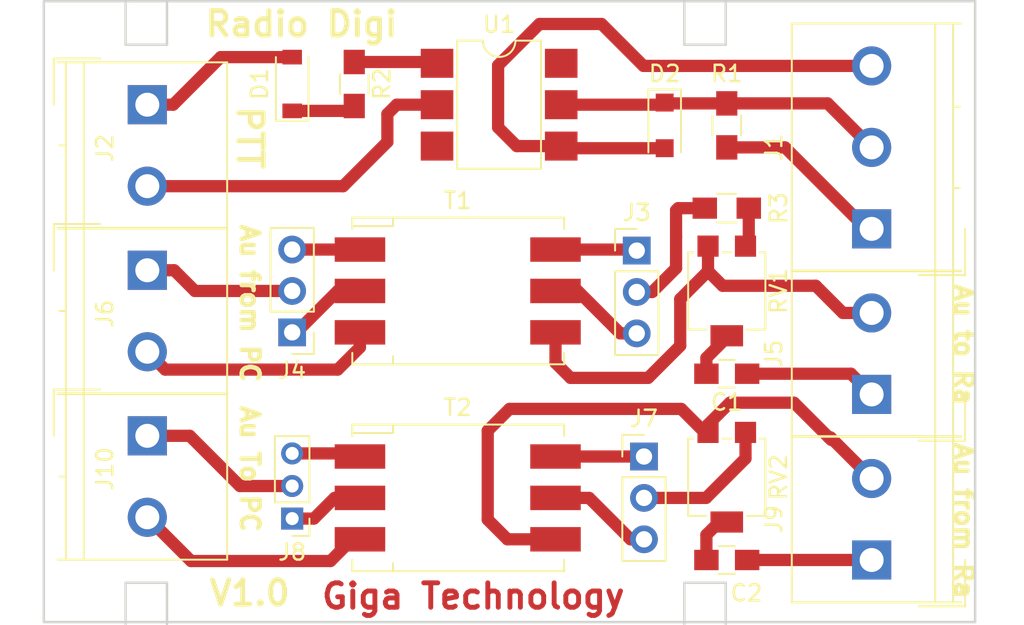
<source format=kicad_pcb>
(kicad_pcb (version 4) (host pcbnew 4.0.7-e2-6376~61~ubuntu18.04.1)

  (general
    (links 33)
    (no_connects 0)
    (area 99.636 54.534999 163.0365 92.912001)
    (thickness 1.6)
    (drawings 24)
    (tracks 107)
    (zones 0)
    (modules 22)
    (nets 29)
  )

  (page A4)
  (layers
    (0 F.Cu signal)
    (31 B.Cu signal)
    (32 B.Adhes user)
    (33 F.Adhes user)
    (34 B.Paste user)
    (35 F.Paste user)
    (36 B.SilkS user)
    (37 F.SilkS user)
    (38 B.Mask user)
    (39 F.Mask user)
    (40 Dwgs.User user)
    (41 Cmts.User user)
    (42 Eco1.User user)
    (43 Eco2.User user)
    (44 Edge.Cuts user)
    (45 Margin user)
    (46 B.CrtYd user)
    (47 F.CrtYd user)
    (48 B.Fab user)
    (49 F.Fab user)
  )

  (setup
    (last_trace_width 0.25)
    (trace_clearance 0.2)
    (zone_clearance 0.508)
    (zone_45_only no)
    (trace_min 0.2)
    (segment_width 0.2)
    (edge_width 0.15)
    (via_size 0.6)
    (via_drill 0.4)
    (via_min_size 0.4)
    (via_min_drill 0.3)
    (uvia_size 0.3)
    (uvia_drill 0.1)
    (uvias_allowed no)
    (uvia_min_size 0.2)
    (uvia_min_drill 0.1)
    (pcb_text_width 0.3)
    (pcb_text_size 1.5 1.5)
    (mod_edge_width 0.15)
    (mod_text_size 1 1)
    (mod_text_width 0.15)
    (pad_size 1.524 1.524)
    (pad_drill 0.762)
    (pad_to_mask_clearance 0.2)
    (aux_axis_origin 102.616 92.71)
    (grid_origin 102.489 92.837)
    (visible_elements FFFFFF7F)
    (pcbplotparams
      (layerselection 0x00030_80000001)
      (usegerberextensions false)
      (excludeedgelayer true)
      (linewidth 0.100000)
      (plotframeref false)
      (viasonmask false)
      (mode 1)
      (useauxorigin false)
      (hpglpennumber 1)
      (hpglpenspeed 20)
      (hpglpendiameter 15)
      (hpglpenoverlay 2)
      (psnegative false)
      (psa4output false)
      (plotreference true)
      (plotvalue true)
      (plotinvisibletext false)
      (padsonsilk false)
      (subtractmaskfromsilk false)
      (outputformat 1)
      (mirror false)
      (drillshape 1)
      (scaleselection 1)
      (outputdirectory ""))
  )

  (net 0 "")
  (net 1 "Net-(C1-Pad1)")
  (net 2 "Net-(C1-Pad2)")
  (net 3 "Net-(C2-Pad1)")
  (net 4 "Net-(C2-Pad2)")
  (net 5 "Net-(D1-Pad1)")
  (net 6 "Net-(D1-Pad2)")
  (net 7 "Net-(D2-Pad1)")
  (net 8 "Net-(D2-Pad2)")
  (net 9 "Net-(J1-Pad1)")
  (net 10 "Net-(J3-Pad1)")
  (net 11 "Net-(J3-Pad2)")
  (net 12 "Net-(J3-Pad3)")
  (net 13 "Net-(J4-Pad1)")
  (net 14 "Net-(J4-Pad2)")
  (net 15 "Net-(J4-Pad3)")
  (net 16 "Net-(J5-Pad2)")
  (net 17 "Net-(J7-Pad1)")
  (net 18 "Net-(J7-Pad2)")
  (net 19 "Net-(J7-Pad3)")
  (net 20 "Net-(J8-Pad1)")
  (net 21 "Net-(J10-Pad2)")
  (net 22 "Net-(J8-Pad3)")
  (net 23 "Net-(J9-Pad2)")
  (net 24 "Net-(J10-Pad1)")
  (net 25 "Net-(R2-Pad1)")
  (net 26 "Net-(R3-Pad1)")
  (net 27 "Net-(J2-Pad2)")
  (net 28 "Net-(J6-Pad2)")

  (net_class Default "This is the default net class."
    (clearance 0.2)
    (trace_width 0.25)
    (via_dia 0.6)
    (via_drill 0.4)
    (uvia_dia 0.3)
    (uvia_drill 0.1)
  )

  (net_class Audio ""
    (clearance 0.3)
    (trace_width 0.75)
    (via_dia 0.6)
    (via_drill 0.4)
    (uvia_dia 0.3)
    (uvia_drill 0.1)
    (add_net "Net-(C1-Pad1)")
    (add_net "Net-(C1-Pad2)")
    (add_net "Net-(C2-Pad1)")
    (add_net "Net-(C2-Pad2)")
    (add_net "Net-(D1-Pad1)")
    (add_net "Net-(D1-Pad2)")
    (add_net "Net-(D2-Pad1)")
    (add_net "Net-(D2-Pad2)")
    (add_net "Net-(J1-Pad1)")
    (add_net "Net-(J10-Pad1)")
    (add_net "Net-(J10-Pad2)")
    (add_net "Net-(J2-Pad2)")
    (add_net "Net-(J3-Pad1)")
    (add_net "Net-(J3-Pad2)")
    (add_net "Net-(J3-Pad3)")
    (add_net "Net-(J4-Pad1)")
    (add_net "Net-(J4-Pad2)")
    (add_net "Net-(J4-Pad3)")
    (add_net "Net-(J5-Pad2)")
    (add_net "Net-(J6-Pad2)")
    (add_net "Net-(J7-Pad1)")
    (add_net "Net-(J7-Pad2)")
    (add_net "Net-(J7-Pad3)")
    (add_net "Net-(J8-Pad1)")
    (add_net "Net-(J8-Pad3)")
    (add_net "Net-(J9-Pad2)")
    (add_net "Net-(R2-Pad1)")
    (add_net "Net-(R3-Pad1)")
  )

  (module Capacitors_SMD:C_0805_HandSoldering (layer F.Cu) (tedit 5B7672AC) (tstamp 5B741C47)
    (at 144.4625 77.47 180)
    (descr "Capacitor SMD 0805, hand soldering")
    (tags "capacitor 0805")
    (path /5B73D78C)
    (attr smd)
    (fp_text reference C1 (at 0 -1.75 180) (layer F.SilkS)
      (effects (font (size 1 1) (thickness 0.15)))
    )
    (fp_text value 100nF (at 3.6195 -1.7145 360) (layer F.Fab)
      (effects (font (size 1 1) (thickness 0.15)))
    )
    (fp_text user %R (at 0 -1.75 180) (layer F.Fab)
      (effects (font (size 1 1) (thickness 0.15)))
    )
    (fp_line (start -1 0.62) (end -1 -0.62) (layer F.Fab) (width 0.1))
    (fp_line (start 1 0.62) (end -1 0.62) (layer F.Fab) (width 0.1))
    (fp_line (start 1 -0.62) (end 1 0.62) (layer F.Fab) (width 0.1))
    (fp_line (start -1 -0.62) (end 1 -0.62) (layer F.Fab) (width 0.1))
    (fp_line (start 0.5 -0.85) (end -0.5 -0.85) (layer F.SilkS) (width 0.12))
    (fp_line (start -0.5 0.85) (end 0.5 0.85) (layer F.SilkS) (width 0.12))
    (fp_line (start -2.25 -0.88) (end 2.25 -0.88) (layer F.CrtYd) (width 0.05))
    (fp_line (start -2.25 -0.88) (end -2.25 0.87) (layer F.CrtYd) (width 0.05))
    (fp_line (start 2.25 0.87) (end 2.25 -0.88) (layer F.CrtYd) (width 0.05))
    (fp_line (start 2.25 0.87) (end -2.25 0.87) (layer F.CrtYd) (width 0.05))
    (pad 1 smd rect (at -1.25 0 180) (size 1.5 1.25) (layers F.Cu F.Paste F.Mask)
      (net 1 "Net-(C1-Pad1)"))
    (pad 2 smd rect (at 1.25 0 180) (size 1.5 1.25) (layers F.Cu F.Paste F.Mask)
      (net 2 "Net-(C1-Pad2)"))
    (model Capacitors_SMD.3dshapes/C_0805.wrl
      (at (xyz 0 0 0))
      (scale (xyz 1 1 1))
      (rotate (xyz 0 0 0))
    )
  )

  (module Capacitors_SMD:C_0805_HandSoldering (layer F.Cu) (tedit 5B767B57) (tstamp 5B741C4D)
    (at 144.4625 88.9 180)
    (descr "Capacitor SMD 0805, hand soldering")
    (tags "capacitor 0805")
    (path /5B73D7E7)
    (attr smd)
    (fp_text reference C2 (at -1.2065 -2.032 180) (layer F.SilkS)
      (effects (font (size 1 1) (thickness 0.15)))
    )
    (fp_text value 100nF (at -2.9845 -0.8255 450) (layer F.Fab)
      (effects (font (size 1 1) (thickness 0.15)))
    )
    (fp_text user %R (at -1.2065 -2.032 180) (layer F.Fab)
      (effects (font (size 1 1) (thickness 0.15)))
    )
    (fp_line (start -1 0.62) (end -1 -0.62) (layer F.Fab) (width 0.1))
    (fp_line (start 1 0.62) (end -1 0.62) (layer F.Fab) (width 0.1))
    (fp_line (start 1 -0.62) (end 1 0.62) (layer F.Fab) (width 0.1))
    (fp_line (start -1 -0.62) (end 1 -0.62) (layer F.Fab) (width 0.1))
    (fp_line (start 0.5 -0.85) (end -0.5 -0.85) (layer F.SilkS) (width 0.12))
    (fp_line (start -0.5 0.85) (end 0.5 0.85) (layer F.SilkS) (width 0.12))
    (fp_line (start -2.25 -0.88) (end 2.25 -0.88) (layer F.CrtYd) (width 0.05))
    (fp_line (start -2.25 -0.88) (end -2.25 0.87) (layer F.CrtYd) (width 0.05))
    (fp_line (start 2.25 0.87) (end 2.25 -0.88) (layer F.CrtYd) (width 0.05))
    (fp_line (start 2.25 0.87) (end -2.25 0.87) (layer F.CrtYd) (width 0.05))
    (pad 1 smd rect (at -1.25 0 180) (size 1.5 1.25) (layers F.Cu F.Paste F.Mask)
      (net 3 "Net-(C2-Pad1)"))
    (pad 2 smd rect (at 1.25 0 180) (size 1.5 1.25) (layers F.Cu F.Paste F.Mask)
      (net 4 "Net-(C2-Pad2)"))
    (model Capacitors_SMD.3dshapes/C_0805.wrl
      (at (xyz 0 0 0))
      (scale (xyz 1 1 1))
      (rotate (xyz 0 0 0))
    )
  )

  (module Diodes_SMD:D_SOD-123 (layer F.Cu) (tedit 5B767B71) (tstamp 5B741C53)
    (at 117.7925 59.69 90)
    (descr SOD-123)
    (tags SOD-123)
    (path /5B72E9DA)
    (attr smd)
    (fp_text reference D1 (at 0 -2 90) (layer F.SilkS)
      (effects (font (size 1 1) (thickness 0.15)))
    )
    (fp_text value 1N4148 (at -0.762 1.8415 270) (layer F.Fab)
      (effects (font (size 1 1) (thickness 0.15)))
    )
    (fp_text user %R (at 0 -2 90) (layer F.Fab)
      (effects (font (size 1 1) (thickness 0.15)))
    )
    (fp_line (start -2.25 -1) (end -2.25 1) (layer F.SilkS) (width 0.12))
    (fp_line (start 0.25 0) (end 0.75 0) (layer F.Fab) (width 0.1))
    (fp_line (start 0.25 0.4) (end -0.35 0) (layer F.Fab) (width 0.1))
    (fp_line (start 0.25 -0.4) (end 0.25 0.4) (layer F.Fab) (width 0.1))
    (fp_line (start -0.35 0) (end 0.25 -0.4) (layer F.Fab) (width 0.1))
    (fp_line (start -0.35 0) (end -0.35 0.55) (layer F.Fab) (width 0.1))
    (fp_line (start -0.35 0) (end -0.35 -0.55) (layer F.Fab) (width 0.1))
    (fp_line (start -0.75 0) (end -0.35 0) (layer F.Fab) (width 0.1))
    (fp_line (start -1.4 0.9) (end -1.4 -0.9) (layer F.Fab) (width 0.1))
    (fp_line (start 1.4 0.9) (end -1.4 0.9) (layer F.Fab) (width 0.1))
    (fp_line (start 1.4 -0.9) (end 1.4 0.9) (layer F.Fab) (width 0.1))
    (fp_line (start -1.4 -0.9) (end 1.4 -0.9) (layer F.Fab) (width 0.1))
    (fp_line (start -2.35 -1.15) (end 2.35 -1.15) (layer F.CrtYd) (width 0.05))
    (fp_line (start 2.35 -1.15) (end 2.35 1.15) (layer F.CrtYd) (width 0.05))
    (fp_line (start 2.35 1.15) (end -2.35 1.15) (layer F.CrtYd) (width 0.05))
    (fp_line (start -2.35 -1.15) (end -2.35 1.15) (layer F.CrtYd) (width 0.05))
    (fp_line (start -2.25 1) (end 1.65 1) (layer F.SilkS) (width 0.12))
    (fp_line (start -2.25 -1) (end 1.65 -1) (layer F.SilkS) (width 0.12))
    (pad 1 smd rect (at -1.65 0 90) (size 0.9 1.2) (layers F.Cu F.Paste F.Mask)
      (net 5 "Net-(D1-Pad1)"))
    (pad 2 smd rect (at 1.65 0 90) (size 0.9 1.2) (layers F.Cu F.Paste F.Mask)
      (net 6 "Net-(D1-Pad2)"))
    (model ${KISYS3DMOD}/Diodes_SMD.3dshapes/D_SOD-123.wrl
      (at (xyz 0 0 0))
      (scale (xyz 1 1 1))
      (rotate (xyz 0 0 0))
    )
  )

  (module Diodes_SMD:D_SOD-123F (layer F.Cu) (tedit 5B748F7A) (tstamp 5B741C59)
    (at 140.6525 62.23 270)
    (descr D_SOD-123F)
    (tags D_SOD-123F)
    (path /5B73D23A)
    (attr smd)
    (fp_text reference D2 (at -3.175 0 360) (layer F.SilkS)
      (effects (font (size 1 1) (thickness 0.15)))
    )
    (fp_text value 1N4001 (at 0 2.1 270) (layer F.Fab)
      (effects (font (size 1 1) (thickness 0.15)))
    )
    (fp_text user %R (at -3.175 0 360) (layer F.Fab)
      (effects (font (size 1 1) (thickness 0.15)))
    )
    (fp_line (start -2.2 -1) (end -2.2 1) (layer F.SilkS) (width 0.12))
    (fp_line (start 0.25 0) (end 0.75 0) (layer F.Fab) (width 0.1))
    (fp_line (start 0.25 0.4) (end -0.35 0) (layer F.Fab) (width 0.1))
    (fp_line (start 0.25 -0.4) (end 0.25 0.4) (layer F.Fab) (width 0.1))
    (fp_line (start -0.35 0) (end 0.25 -0.4) (layer F.Fab) (width 0.1))
    (fp_line (start -0.35 0) (end -0.35 0.55) (layer F.Fab) (width 0.1))
    (fp_line (start -0.35 0) (end -0.35 -0.55) (layer F.Fab) (width 0.1))
    (fp_line (start -0.75 0) (end -0.35 0) (layer F.Fab) (width 0.1))
    (fp_line (start -1.4 0.9) (end -1.4 -0.9) (layer F.Fab) (width 0.1))
    (fp_line (start 1.4 0.9) (end -1.4 0.9) (layer F.Fab) (width 0.1))
    (fp_line (start 1.4 -0.9) (end 1.4 0.9) (layer F.Fab) (width 0.1))
    (fp_line (start -1.4 -0.9) (end 1.4 -0.9) (layer F.Fab) (width 0.1))
    (fp_line (start -2.2 -1.15) (end 2.2 -1.15) (layer F.CrtYd) (width 0.05))
    (fp_line (start 2.2 -1.15) (end 2.2 1.15) (layer F.CrtYd) (width 0.05))
    (fp_line (start 2.2 1.15) (end -2.2 1.15) (layer F.CrtYd) (width 0.05))
    (fp_line (start -2.2 -1.15) (end -2.2 1.15) (layer F.CrtYd) (width 0.05))
    (fp_line (start -2.2 1) (end 1.65 1) (layer F.SilkS) (width 0.12))
    (fp_line (start -2.2 -1) (end 1.65 -1) (layer F.SilkS) (width 0.12))
    (pad 1 smd rect (at -1.4 0 270) (size 1.1 1.1) (layers F.Cu F.Paste F.Mask)
      (net 7 "Net-(D2-Pad1)"))
    (pad 2 smd rect (at 1.4 0 270) (size 1.1 1.1) (layers F.Cu F.Paste F.Mask)
      (net 8 "Net-(D2-Pad2)"))
    (model ${KISYS3DMOD}/Diodes_SMD.3dshapes/D_SOD-123F.wrl
      (at (xyz 0 0 0))
      (scale (xyz 1 1 1))
      (rotate (xyz 0 0 0))
    )
  )

  (module Connectors_Terminal_Blocks:TerminalBlock_Philmore_TB133_03x5mm_Straight (layer F.Cu) (tedit 5B767251) (tstamp 5B741C60)
    (at 153.3525 68.58 90)
    (descr "3-way 5.0mm pitch terminal block, http://www.philmore-datak.com/mc/Page%20197.pdf")
    (tags "screw terminal block")
    (path /5B7428C6)
    (fp_text reference J1 (at 5 -6 90) (layer F.SilkS)
      (effects (font (size 1 1) (thickness 0.15)))
    )
    (fp_text value Conn_01x03 (at 4.064 8.509 90) (layer F.Fab)
      (effects (font (size 1 1) (thickness 0.15)))
    )
    (fp_line (start -3 -5.3) (end -3 5.9) (layer F.CrtYd) (width 0.05))
    (fp_line (start -3 5.9) (end 13 5.9) (layer F.CrtYd) (width 0.05))
    (fp_line (start 13 5.9) (end 13 -5.3) (layer F.CrtYd) (width 0.05))
    (fp_line (start 13 -5.3) (end -3 -5.3) (layer F.CrtYd) (width 0.05))
    (fp_line (start -2.5 3.9) (end 12.5 3.9) (layer F.Fab) (width 0.1))
    (fp_line (start -2.5 5) (end 12.5 5) (layer F.Fab) (width 0.1))
    (fp_line (start -2.5 5.4) (end -2.5 -4.8) (layer F.Fab) (width 0.1))
    (fp_line (start -2.5 -4.8) (end 12.5 -4.8) (layer F.Fab) (width 0.1))
    (fp_line (start 12.5 -4.8) (end 12.5 5.4) (layer F.Fab) (width 0.1))
    (fp_line (start 2.5 5) (end 2.5 5.4) (layer F.Fab) (width 0.1))
    (fp_line (start 7.5 5) (end 7.5 5.4) (layer F.Fab) (width 0.1))
    (fp_line (start -2.84 2.9) (end -2.84 5.74) (layer F.Fab) (width 0.1))
    (fp_line (start -2.84 5.74) (end 0 5.74) (layer F.Fab) (width 0.1))
    (fp_line (start -2.6 3.9) (end 12.6 3.9) (layer F.SilkS) (width 0.12))
    (fp_line (start -2.6 5) (end 12.6 5) (layer F.SilkS) (width 0.12))
    (fp_line (start -2.6 5.5) (end -2.6 -4.9) (layer F.SilkS) (width 0.12))
    (fp_line (start -2.6 -4.9) (end 12.6 -4.9) (layer F.SilkS) (width 0.12))
    (fp_line (start 12.6 -4.9) (end 12.6 5.5) (layer F.SilkS) (width 0.12))
    (fp_line (start 2.5 5) (end 2.5 5.4) (layer F.SilkS) (width 0.12))
    (fp_line (start 7.5 5) (end 7.5 5.4) (layer F.SilkS) (width 0.12))
    (fp_line (start -2.84 2.9) (end -2.84 5.74) (layer F.SilkS) (width 0.12))
    (fp_line (start -2.84 5.74) (end 0 5.74) (layer F.SilkS) (width 0.12))
    (fp_text user %R (at 5 0.3 90) (layer F.Fab)
      (effects (font (size 1 1) (thickness 0.15)))
    )
    (pad 1 thru_hole rect (at 0 0 90) (size 2.4 2.4) (drill 1.47) (layers *.Cu *.Mask)
      (net 9 "Net-(J1-Pad1)"))
    (pad 2 thru_hole circle (at 5 0 90) (size 2.4 2.4) (drill 1.47) (layers *.Cu *.Mask)
      (net 7 "Net-(D2-Pad1)"))
    (pad 3 thru_hole circle (at 10 0 90) (size 2.4 2.4) (drill 1.47) (layers *.Cu *.Mask)
      (net 8 "Net-(D2-Pad2)"))
    (model ${KISYS3DMOD}/Connectors_Terminal_Blocks.3dshapes/TerminalBlock_Philmore_TB133_03x5mm_Straight.wrl
      (at (xyz 0 0 0))
      (scale (xyz 1 1 1))
      (rotate (xyz 0 0 0))
    )
  )

  (module Connectors_Terminal_Blocks:TerminalBlock_Philmore_TB132_02x5mm_Straight (layer F.Cu) (tedit 5B767C74) (tstamp 5B741C66)
    (at 108.9025 60.96 270)
    (descr "2-way 5.0mm pitch terminal block, http://www.philmore-datak.com/mc/Page%20197.pdf")
    (tags "screw terminal block")
    (path /5B72ED47)
    (fp_text reference J2 (at 2.667 2.6035 450) (layer F.SilkS)
      (effects (font (size 1 1) (thickness 0.15)))
    )
    (fp_text value Conn_01x02 (at 1.651 8.1915 270) (layer F.Fab)
      (effects (font (size 1 1) (thickness 0.15)))
    )
    (fp_line (start -3 -5.3) (end -3 5.9) (layer F.CrtYd) (width 0.05))
    (fp_line (start -3 5.9) (end 8 5.9) (layer F.CrtYd) (width 0.05))
    (fp_line (start 8 5.9) (end 8 -5.3) (layer F.CrtYd) (width 0.05))
    (fp_line (start 8 -5.3) (end -3 -5.3) (layer F.CrtYd) (width 0.05))
    (fp_line (start -2.5 3.9) (end 7.5 3.9) (layer F.Fab) (width 0.1))
    (fp_line (start -2.5 5) (end 7.5 5) (layer F.Fab) (width 0.1))
    (fp_line (start -2.5 5.4) (end -2.5 -4.8) (layer F.Fab) (width 0.1))
    (fp_line (start -2.5 -4.8) (end 7.5 -4.8) (layer F.Fab) (width 0.1))
    (fp_line (start 7.5 -4.8) (end 7.5 5.4) (layer F.Fab) (width 0.1))
    (fp_line (start 2.5 5) (end 2.5 5.4) (layer F.Fab) (width 0.1))
    (fp_line (start -2.84 2.9) (end -2.84 5.74) (layer F.Fab) (width 0.1))
    (fp_line (start -2.84 5.74) (end 0 5.74) (layer F.Fab) (width 0.1))
    (fp_line (start -2.6 3.9) (end 7.6 3.9) (layer F.SilkS) (width 0.12))
    (fp_line (start -2.6 5) (end 7.6 5) (layer F.SilkS) (width 0.12))
    (fp_line (start -2.6 5.5) (end -2.6 -4.9) (layer F.SilkS) (width 0.12))
    (fp_line (start -2.6 -4.9) (end 7.6 -4.9) (layer F.SilkS) (width 0.12))
    (fp_line (start 7.6 -4.9) (end 7.6 5.5) (layer F.SilkS) (width 0.12))
    (fp_line (start 2.5 5) (end 2.5 5.4) (layer F.SilkS) (width 0.12))
    (fp_line (start -2.84 2.9) (end -2.84 5.74) (layer F.SilkS) (width 0.12))
    (fp_line (start -2.84 5.74) (end 0 5.74) (layer F.SilkS) (width 0.12))
    (fp_text user %R (at 2.5 0.3 270) (layer F.Fab)
      (effects (font (size 1 1) (thickness 0.15)))
    )
    (pad 1 thru_hole rect (at 0 0 270) (size 2.4 2.4) (drill 1.47) (layers *.Cu *.Mask)
      (net 6 "Net-(D1-Pad2)"))
    (pad 2 thru_hole circle (at 5 0 270) (size 2.4 2.4) (drill 1.47) (layers *.Cu *.Mask)
      (net 27 "Net-(J2-Pad2)"))
    (model ${KISYS3DMOD}/Connectors_Terminal_Blocks.3dshapes/TerminalBlock_Philmore_TB132_02x5mm_Straight.wrl
      (at (xyz 0 0 0))
      (scale (xyz 1 1 1))
      (rotate (xyz 0 0 0))
    )
  )

  (module Pin_Headers:Pin_Header_Straight_1x03_Pitch2.54mm (layer F.Cu) (tedit 5B767230) (tstamp 5B741C6D)
    (at 138.938 69.9135)
    (descr "Through hole straight pin header, 1x03, 2.54mm pitch, single row")
    (tags "Through hole pin header THT 1x03 2.54mm single row")
    (path /5B742158)
    (fp_text reference J3 (at 0 -2.33) (layer F.SilkS)
      (effects (font (size 1 1) (thickness 0.15)))
    )
    (fp_text value Conn_01x03 (at -2.6035 3.2385 90) (layer F.Fab)
      (effects (font (size 1 1) (thickness 0.15)))
    )
    (fp_line (start -0.635 -1.27) (end 1.27 -1.27) (layer F.Fab) (width 0.1))
    (fp_line (start 1.27 -1.27) (end 1.27 6.35) (layer F.Fab) (width 0.1))
    (fp_line (start 1.27 6.35) (end -1.27 6.35) (layer F.Fab) (width 0.1))
    (fp_line (start -1.27 6.35) (end -1.27 -0.635) (layer F.Fab) (width 0.1))
    (fp_line (start -1.27 -0.635) (end -0.635 -1.27) (layer F.Fab) (width 0.1))
    (fp_line (start -1.33 6.41) (end 1.33 6.41) (layer F.SilkS) (width 0.12))
    (fp_line (start -1.33 1.27) (end -1.33 6.41) (layer F.SilkS) (width 0.12))
    (fp_line (start 1.33 1.27) (end 1.33 6.41) (layer F.SilkS) (width 0.12))
    (fp_line (start -1.33 1.27) (end 1.33 1.27) (layer F.SilkS) (width 0.12))
    (fp_line (start -1.33 0) (end -1.33 -1.33) (layer F.SilkS) (width 0.12))
    (fp_line (start -1.33 -1.33) (end 0 -1.33) (layer F.SilkS) (width 0.12))
    (fp_line (start -1.8 -1.8) (end -1.8 6.85) (layer F.CrtYd) (width 0.05))
    (fp_line (start -1.8 6.85) (end 1.8 6.85) (layer F.CrtYd) (width 0.05))
    (fp_line (start 1.8 6.85) (end 1.8 -1.8) (layer F.CrtYd) (width 0.05))
    (fp_line (start 1.8 -1.8) (end -1.8 -1.8) (layer F.CrtYd) (width 0.05))
    (fp_text user %R (at 0 2.54 90) (layer F.Fab)
      (effects (font (size 1 1) (thickness 0.15)))
    )
    (pad 1 thru_hole rect (at 0 0) (size 1.7 1.7) (drill 1) (layers *.Cu *.Mask)
      (net 10 "Net-(J3-Pad1)"))
    (pad 2 thru_hole oval (at 0 2.54) (size 1.7 1.7) (drill 1) (layers *.Cu *.Mask)
      (net 11 "Net-(J3-Pad2)"))
    (pad 3 thru_hole oval (at 0 5.08) (size 1.7 1.7) (drill 1) (layers *.Cu *.Mask)
      (net 12 "Net-(J3-Pad3)"))
    (model ${KISYS3DMOD}/Pin_Headers.3dshapes/Pin_Header_Straight_1x03_Pitch2.54mm.wrl
      (at (xyz 0 0 0))
      (scale (xyz 1 1 1))
      (rotate (xyz 0 0 0))
    )
  )

  (module Pin_Headers:Pin_Header_Straight_1x03_Pitch2.54mm (layer F.Cu) (tedit 5B767C0D) (tstamp 5B741C74)
    (at 117.7925 74.93 180)
    (descr "Through hole straight pin header, 1x03, 2.54mm pitch, single row")
    (tags "Through hole pin header THT 1x03 2.54mm single row")
    (path /5B72E0D5)
    (fp_text reference J4 (at 0 -2.33 180) (layer F.SilkS)
      (effects (font (size 1 1) (thickness 0.15)))
    )
    (fp_text value Conn_01x03 (at -1.2065 7.493 360) (layer F.Fab)
      (effects (font (size 1 1) (thickness 0.15)))
    )
    (fp_line (start -0.635 -1.27) (end 1.27 -1.27) (layer F.Fab) (width 0.1))
    (fp_line (start 1.27 -1.27) (end 1.27 6.35) (layer F.Fab) (width 0.1))
    (fp_line (start 1.27 6.35) (end -1.27 6.35) (layer F.Fab) (width 0.1))
    (fp_line (start -1.27 6.35) (end -1.27 -0.635) (layer F.Fab) (width 0.1))
    (fp_line (start -1.27 -0.635) (end -0.635 -1.27) (layer F.Fab) (width 0.1))
    (fp_line (start -1.33 6.41) (end 1.33 6.41) (layer F.SilkS) (width 0.12))
    (fp_line (start -1.33 1.27) (end -1.33 6.41) (layer F.SilkS) (width 0.12))
    (fp_line (start 1.33 1.27) (end 1.33 6.41) (layer F.SilkS) (width 0.12))
    (fp_line (start -1.33 1.27) (end 1.33 1.27) (layer F.SilkS) (width 0.12))
    (fp_line (start -1.33 0) (end -1.33 -1.33) (layer F.SilkS) (width 0.12))
    (fp_line (start -1.33 -1.33) (end 0 -1.33) (layer F.SilkS) (width 0.12))
    (fp_line (start -1.8 -1.8) (end -1.8 6.85) (layer F.CrtYd) (width 0.05))
    (fp_line (start -1.8 6.85) (end 1.8 6.85) (layer F.CrtYd) (width 0.05))
    (fp_line (start 1.8 6.85) (end 1.8 -1.8) (layer F.CrtYd) (width 0.05))
    (fp_line (start 1.8 -1.8) (end -1.8 -1.8) (layer F.CrtYd) (width 0.05))
    (fp_text user %R (at 0 2.54 360) (layer F.Fab)
      (effects (font (size 1 1) (thickness 0.15)))
    )
    (pad 1 thru_hole rect (at 0 0 180) (size 1.7 1.7) (drill 1) (layers *.Cu *.Mask)
      (net 13 "Net-(J4-Pad1)"))
    (pad 2 thru_hole oval (at 0 2.54 180) (size 1.7 1.7) (drill 1) (layers *.Cu *.Mask)
      (net 14 "Net-(J4-Pad2)"))
    (pad 3 thru_hole oval (at 0 5.08 180) (size 1.7 1.7) (drill 1) (layers *.Cu *.Mask)
      (net 15 "Net-(J4-Pad3)"))
    (model ${KISYS3DMOD}/Pin_Headers.3dshapes/Pin_Header_Straight_1x03_Pitch2.54mm.wrl
      (at (xyz 0 0 0))
      (scale (xyz 1 1 1))
      (rotate (xyz 0 0 0))
    )
  )

  (module Connectors_Terminal_Blocks:TerminalBlock_Philmore_TB132_02x5mm_Straight (layer F.Cu) (tedit 5B76724E) (tstamp 5B741C7A)
    (at 153.3525 78.74 90)
    (descr "2-way 5.0mm pitch terminal block, http://www.philmore-datak.com/mc/Page%20197.pdf")
    (tags "screw terminal block")
    (path /5B73DBC4)
    (fp_text reference J5 (at 2.5 -6 90) (layer F.SilkS)
      (effects (font (size 1 1) (thickness 0.15)))
    )
    (fp_text value Conn_01x02 (at 2.0955 8.0645 90) (layer F.Fab)
      (effects (font (size 1 1) (thickness 0.15)))
    )
    (fp_line (start -3 -5.3) (end -3 5.9) (layer F.CrtYd) (width 0.05))
    (fp_line (start -3 5.9) (end 8 5.9) (layer F.CrtYd) (width 0.05))
    (fp_line (start 8 5.9) (end 8 -5.3) (layer F.CrtYd) (width 0.05))
    (fp_line (start 8 -5.3) (end -3 -5.3) (layer F.CrtYd) (width 0.05))
    (fp_line (start -2.5 3.9) (end 7.5 3.9) (layer F.Fab) (width 0.1))
    (fp_line (start -2.5 5) (end 7.5 5) (layer F.Fab) (width 0.1))
    (fp_line (start -2.5 5.4) (end -2.5 -4.8) (layer F.Fab) (width 0.1))
    (fp_line (start -2.5 -4.8) (end 7.5 -4.8) (layer F.Fab) (width 0.1))
    (fp_line (start 7.5 -4.8) (end 7.5 5.4) (layer F.Fab) (width 0.1))
    (fp_line (start 2.5 5) (end 2.5 5.4) (layer F.Fab) (width 0.1))
    (fp_line (start -2.84 2.9) (end -2.84 5.74) (layer F.Fab) (width 0.1))
    (fp_line (start -2.84 5.74) (end 0 5.74) (layer F.Fab) (width 0.1))
    (fp_line (start -2.6 3.9) (end 7.6 3.9) (layer F.SilkS) (width 0.12))
    (fp_line (start -2.6 5) (end 7.6 5) (layer F.SilkS) (width 0.12))
    (fp_line (start -2.6 5.5) (end -2.6 -4.9) (layer F.SilkS) (width 0.12))
    (fp_line (start -2.6 -4.9) (end 7.6 -4.9) (layer F.SilkS) (width 0.12))
    (fp_line (start 7.6 -4.9) (end 7.6 5.5) (layer F.SilkS) (width 0.12))
    (fp_line (start 2.5 5) (end 2.5 5.4) (layer F.SilkS) (width 0.12))
    (fp_line (start -2.84 2.9) (end -2.84 5.74) (layer F.SilkS) (width 0.12))
    (fp_line (start -2.84 5.74) (end 0 5.74) (layer F.SilkS) (width 0.12))
    (fp_text user %R (at 2.5 0.3 90) (layer F.Fab)
      (effects (font (size 1 1) (thickness 0.15)))
    )
    (pad 1 thru_hole rect (at 0 0 90) (size 2.4 2.4) (drill 1.47) (layers *.Cu *.Mask)
      (net 1 "Net-(C1-Pad1)"))
    (pad 2 thru_hole circle (at 5 0 90) (size 2.4 2.4) (drill 1.47) (layers *.Cu *.Mask)
      (net 16 "Net-(J5-Pad2)"))
    (model ${KISYS3DMOD}/Connectors_Terminal_Blocks.3dshapes/TerminalBlock_Philmore_TB132_02x5mm_Straight.wrl
      (at (xyz 0 0 0))
      (scale (xyz 1 1 1))
      (rotate (xyz 0 0 0))
    )
  )

  (module Pin_Headers:Pin_Header_Straight_1x03_Pitch2.54mm (layer F.Cu) (tedit 5B767209) (tstamp 5B741C88)
    (at 139.3825 82.55)
    (descr "Through hole straight pin header, 1x03, 2.54mm pitch, single row")
    (tags "Through hole pin header THT 1x03 2.54mm single row")
    (path /5B72E34A)
    (fp_text reference J7 (at 0 -2.33) (layer F.SilkS)
      (effects (font (size 1 1) (thickness 0.15)))
    )
    (fp_text value Conn_01x03 (at -2.667 3.175 90) (layer F.Fab)
      (effects (font (size 1 1) (thickness 0.15)))
    )
    (fp_line (start -0.635 -1.27) (end 1.27 -1.27) (layer F.Fab) (width 0.1))
    (fp_line (start 1.27 -1.27) (end 1.27 6.35) (layer F.Fab) (width 0.1))
    (fp_line (start 1.27 6.35) (end -1.27 6.35) (layer F.Fab) (width 0.1))
    (fp_line (start -1.27 6.35) (end -1.27 -0.635) (layer F.Fab) (width 0.1))
    (fp_line (start -1.27 -0.635) (end -0.635 -1.27) (layer F.Fab) (width 0.1))
    (fp_line (start -1.33 6.41) (end 1.33 6.41) (layer F.SilkS) (width 0.12))
    (fp_line (start -1.33 1.27) (end -1.33 6.41) (layer F.SilkS) (width 0.12))
    (fp_line (start 1.33 1.27) (end 1.33 6.41) (layer F.SilkS) (width 0.12))
    (fp_line (start -1.33 1.27) (end 1.33 1.27) (layer F.SilkS) (width 0.12))
    (fp_line (start -1.33 0) (end -1.33 -1.33) (layer F.SilkS) (width 0.12))
    (fp_line (start -1.33 -1.33) (end 0 -1.33) (layer F.SilkS) (width 0.12))
    (fp_line (start -1.8 -1.8) (end -1.8 6.85) (layer F.CrtYd) (width 0.05))
    (fp_line (start -1.8 6.85) (end 1.8 6.85) (layer F.CrtYd) (width 0.05))
    (fp_line (start 1.8 6.85) (end 1.8 -1.8) (layer F.CrtYd) (width 0.05))
    (fp_line (start 1.8 -1.8) (end -1.8 -1.8) (layer F.CrtYd) (width 0.05))
    (fp_text user %R (at 0 2.54 90) (layer F.Fab)
      (effects (font (size 1 1) (thickness 0.15)))
    )
    (pad 1 thru_hole rect (at 0 0) (size 1.7 1.7) (drill 1) (layers *.Cu *.Mask)
      (net 17 "Net-(J7-Pad1)"))
    (pad 2 thru_hole oval (at 0 2.54) (size 1.7 1.7) (drill 1) (layers *.Cu *.Mask)
      (net 18 "Net-(J7-Pad2)"))
    (pad 3 thru_hole oval (at 0 5.08) (size 1.7 1.7) (drill 1) (layers *.Cu *.Mask)
      (net 19 "Net-(J7-Pad3)"))
    (model ${KISYS3DMOD}/Pin_Headers.3dshapes/Pin_Header_Straight_1x03_Pitch2.54mm.wrl
      (at (xyz 0 0 0))
      (scale (xyz 1 1 1))
      (rotate (xyz 0 0 0))
    )
  )

  (module Pin_Headers:Pin_Header_Straight_1x03_Pitch2.00mm (layer F.Cu) (tedit 5B767C52) (tstamp 5B741C8F)
    (at 117.7925 86.36 180)
    (descr "Through hole straight pin header, 1x03, 2.00mm pitch, single row")
    (tags "Through hole pin header THT 1x03 2.00mm single row")
    (path /5B741D7D)
    (fp_text reference J8 (at 0 -2.06 180) (layer F.SilkS)
      (effects (font (size 1 1) (thickness 0.15)))
    )
    (fp_text value Conn_01x03 (at -3.1115 6.858 360) (layer F.Fab)
      (effects (font (size 1 1) (thickness 0.15)))
    )
    (fp_line (start -0.5 -1) (end 1 -1) (layer F.Fab) (width 0.1))
    (fp_line (start 1 -1) (end 1 5) (layer F.Fab) (width 0.1))
    (fp_line (start 1 5) (end -1 5) (layer F.Fab) (width 0.1))
    (fp_line (start -1 5) (end -1 -0.5) (layer F.Fab) (width 0.1))
    (fp_line (start -1 -0.5) (end -0.5 -1) (layer F.Fab) (width 0.1))
    (fp_line (start -1.06 5.06) (end 1.06 5.06) (layer F.SilkS) (width 0.12))
    (fp_line (start -1.06 1) (end -1.06 5.06) (layer F.SilkS) (width 0.12))
    (fp_line (start 1.06 1) (end 1.06 5.06) (layer F.SilkS) (width 0.12))
    (fp_line (start -1.06 1) (end 1.06 1) (layer F.SilkS) (width 0.12))
    (fp_line (start -1.06 0) (end -1.06 -1.06) (layer F.SilkS) (width 0.12))
    (fp_line (start -1.06 -1.06) (end 0 -1.06) (layer F.SilkS) (width 0.12))
    (fp_line (start -1.5 -1.5) (end -1.5 5.5) (layer F.CrtYd) (width 0.05))
    (fp_line (start -1.5 5.5) (end 1.5 5.5) (layer F.CrtYd) (width 0.05))
    (fp_line (start 1.5 5.5) (end 1.5 -1.5) (layer F.CrtYd) (width 0.05))
    (fp_line (start 1.5 -1.5) (end -1.5 -1.5) (layer F.CrtYd) (width 0.05))
    (fp_text user %R (at 0 2 270) (layer F.Fab)
      (effects (font (size 1 1) (thickness 0.15)))
    )
    (pad 1 thru_hole rect (at 0 0 180) (size 1.35 1.35) (drill 0.8) (layers *.Cu *.Mask)
      (net 20 "Net-(J8-Pad1)"))
    (pad 2 thru_hole oval (at 0 2 180) (size 1.35 1.35) (drill 0.8) (layers *.Cu *.Mask)
      (net 24 "Net-(J10-Pad1)"))
    (pad 3 thru_hole oval (at 0 4 180) (size 1.35 1.35) (drill 0.8) (layers *.Cu *.Mask)
      (net 22 "Net-(J8-Pad3)"))
    (model ${KISYS3DMOD}/Pin_Headers.3dshapes/Pin_Header_Straight_1x03_Pitch2.00mm.wrl
      (at (xyz 0 0 0))
      (scale (xyz 1 1 1))
      (rotate (xyz 0 0 0))
    )
  )

  (module Connectors_Terminal_Blocks:TerminalBlock_Philmore_TB132_02x5mm_Straight (layer F.Cu) (tedit 5B76724B) (tstamp 5B741C95)
    (at 153.3525 88.9 90)
    (descr "2-way 5.0mm pitch terminal block, http://www.philmore-datak.com/mc/Page%20197.pdf")
    (tags "screw terminal block")
    (path /5B73DC2A)
    (fp_text reference J9 (at 2.5 -6 90) (layer F.SilkS)
      (effects (font (size 1 1) (thickness 0.15)))
    )
    (fp_text value Conn_01x02 (at 2.667 8.4455 90) (layer F.Fab)
      (effects (font (size 1 1) (thickness 0.15)))
    )
    (fp_line (start -3 -5.3) (end -3 5.9) (layer F.CrtYd) (width 0.05))
    (fp_line (start -3 5.9) (end 8 5.9) (layer F.CrtYd) (width 0.05))
    (fp_line (start 8 5.9) (end 8 -5.3) (layer F.CrtYd) (width 0.05))
    (fp_line (start 8 -5.3) (end -3 -5.3) (layer F.CrtYd) (width 0.05))
    (fp_line (start -2.5 3.9) (end 7.5 3.9) (layer F.Fab) (width 0.1))
    (fp_line (start -2.5 5) (end 7.5 5) (layer F.Fab) (width 0.1))
    (fp_line (start -2.5 5.4) (end -2.5 -4.8) (layer F.Fab) (width 0.1))
    (fp_line (start -2.5 -4.8) (end 7.5 -4.8) (layer F.Fab) (width 0.1))
    (fp_line (start 7.5 -4.8) (end 7.5 5.4) (layer F.Fab) (width 0.1))
    (fp_line (start 2.5 5) (end 2.5 5.4) (layer F.Fab) (width 0.1))
    (fp_line (start -2.84 2.9) (end -2.84 5.74) (layer F.Fab) (width 0.1))
    (fp_line (start -2.84 5.74) (end 0 5.74) (layer F.Fab) (width 0.1))
    (fp_line (start -2.6 3.9) (end 7.6 3.9) (layer F.SilkS) (width 0.12))
    (fp_line (start -2.6 5) (end 7.6 5) (layer F.SilkS) (width 0.12))
    (fp_line (start -2.6 5.5) (end -2.6 -4.9) (layer F.SilkS) (width 0.12))
    (fp_line (start -2.6 -4.9) (end 7.6 -4.9) (layer F.SilkS) (width 0.12))
    (fp_line (start 7.6 -4.9) (end 7.6 5.5) (layer F.SilkS) (width 0.12))
    (fp_line (start 2.5 5) (end 2.5 5.4) (layer F.SilkS) (width 0.12))
    (fp_line (start -2.84 2.9) (end -2.84 5.74) (layer F.SilkS) (width 0.12))
    (fp_line (start -2.84 5.74) (end 0 5.74) (layer F.SilkS) (width 0.12))
    (fp_text user %R (at 2.5 0.3 90) (layer F.Fab)
      (effects (font (size 1 1) (thickness 0.15)))
    )
    (pad 1 thru_hole rect (at 0 0 90) (size 2.4 2.4) (drill 1.47) (layers *.Cu *.Mask)
      (net 3 "Net-(C2-Pad1)"))
    (pad 2 thru_hole circle (at 5 0 90) (size 2.4 2.4) (drill 1.47) (layers *.Cu *.Mask)
      (net 23 "Net-(J9-Pad2)"))
    (model ${KISYS3DMOD}/Connectors_Terminal_Blocks.3dshapes/TerminalBlock_Philmore_TB132_02x5mm_Straight.wrl
      (at (xyz 0 0 0))
      (scale (xyz 1 1 1))
      (rotate (xyz 0 0 0))
    )
  )

  (module Connectors_Terminal_Blocks:TerminalBlock_Philmore_TB132_02x5mm_Straight (layer F.Cu) (tedit 5B767C79) (tstamp 5B741C9B)
    (at 108.9025 81.28 270)
    (descr "2-way 5.0mm pitch terminal block, http://www.philmore-datak.com/mc/Page%20197.pdf")
    (tags "screw terminal block")
    (path /5B73DF0B)
    (fp_text reference J10 (at 2.032 2.6035 270) (layer F.SilkS)
      (effects (font (size 1 1) (thickness 0.15)))
    )
    (fp_text value Conn_01x02 (at 1.2065 7.6835 270) (layer F.Fab)
      (effects (font (size 1 1) (thickness 0.15)))
    )
    (fp_line (start -3 -5.3) (end -3 5.9) (layer F.CrtYd) (width 0.05))
    (fp_line (start -3 5.9) (end 8 5.9) (layer F.CrtYd) (width 0.05))
    (fp_line (start 8 5.9) (end 8 -5.3) (layer F.CrtYd) (width 0.05))
    (fp_line (start 8 -5.3) (end -3 -5.3) (layer F.CrtYd) (width 0.05))
    (fp_line (start -2.5 3.9) (end 7.5 3.9) (layer F.Fab) (width 0.1))
    (fp_line (start -2.5 5) (end 7.5 5) (layer F.Fab) (width 0.1))
    (fp_line (start -2.5 5.4) (end -2.5 -4.8) (layer F.Fab) (width 0.1))
    (fp_line (start -2.5 -4.8) (end 7.5 -4.8) (layer F.Fab) (width 0.1))
    (fp_line (start 7.5 -4.8) (end 7.5 5.4) (layer F.Fab) (width 0.1))
    (fp_line (start 2.5 5) (end 2.5 5.4) (layer F.Fab) (width 0.1))
    (fp_line (start -2.84 2.9) (end -2.84 5.74) (layer F.Fab) (width 0.1))
    (fp_line (start -2.84 5.74) (end 0 5.74) (layer F.Fab) (width 0.1))
    (fp_line (start -2.6 3.9) (end 7.6 3.9) (layer F.SilkS) (width 0.12))
    (fp_line (start -2.6 5) (end 7.6 5) (layer F.SilkS) (width 0.12))
    (fp_line (start -2.6 5.5) (end -2.6 -4.9) (layer F.SilkS) (width 0.12))
    (fp_line (start -2.6 -4.9) (end 7.6 -4.9) (layer F.SilkS) (width 0.12))
    (fp_line (start 7.6 -4.9) (end 7.6 5.5) (layer F.SilkS) (width 0.12))
    (fp_line (start 2.5 5) (end 2.5 5.4) (layer F.SilkS) (width 0.12))
    (fp_line (start -2.84 2.9) (end -2.84 5.74) (layer F.SilkS) (width 0.12))
    (fp_line (start -2.84 5.74) (end 0 5.74) (layer F.SilkS) (width 0.12))
    (fp_text user %R (at 2.5 0.3 270) (layer F.Fab)
      (effects (font (size 1 1) (thickness 0.15)))
    )
    (pad 1 thru_hole rect (at 0 0 270) (size 2.4 2.4) (drill 1.47) (layers *.Cu *.Mask)
      (net 24 "Net-(J10-Pad1)"))
    (pad 2 thru_hole circle (at 5 0 270) (size 2.4 2.4) (drill 1.47) (layers *.Cu *.Mask)
      (net 21 "Net-(J10-Pad2)"))
    (model ${KISYS3DMOD}/Connectors_Terminal_Blocks.3dshapes/TerminalBlock_Philmore_TB132_02x5mm_Straight.wrl
      (at (xyz 0 0 0))
      (scale (xyz 1 1 1))
      (rotate (xyz 0 0 0))
    )
  )

  (module Resistors_SMD:R_0805_HandSoldering (layer F.Cu) (tedit 5B748F81) (tstamp 5B741CA1)
    (at 144.4625 62.23 90)
    (descr "Resistor SMD 0805, hand soldering")
    (tags "resistor 0805")
    (path /5B74271C)
    (attr smd)
    (fp_text reference R1 (at 3.175 0 180) (layer F.SilkS)
      (effects (font (size 1 1) (thickness 0.15)))
    )
    (fp_text value 1K2 (at 0 1.75 90) (layer F.Fab)
      (effects (font (size 1 1) (thickness 0.15)))
    )
    (fp_text user %R (at 0 0 90) (layer F.Fab)
      (effects (font (size 0.5 0.5) (thickness 0.075)))
    )
    (fp_line (start -1 0.62) (end -1 -0.62) (layer F.Fab) (width 0.1))
    (fp_line (start 1 0.62) (end -1 0.62) (layer F.Fab) (width 0.1))
    (fp_line (start 1 -0.62) (end 1 0.62) (layer F.Fab) (width 0.1))
    (fp_line (start -1 -0.62) (end 1 -0.62) (layer F.Fab) (width 0.1))
    (fp_line (start 0.6 0.88) (end -0.6 0.88) (layer F.SilkS) (width 0.12))
    (fp_line (start -0.6 -0.88) (end 0.6 -0.88) (layer F.SilkS) (width 0.12))
    (fp_line (start -2.35 -0.9) (end 2.35 -0.9) (layer F.CrtYd) (width 0.05))
    (fp_line (start -2.35 -0.9) (end -2.35 0.9) (layer F.CrtYd) (width 0.05))
    (fp_line (start 2.35 0.9) (end 2.35 -0.9) (layer F.CrtYd) (width 0.05))
    (fp_line (start 2.35 0.9) (end -2.35 0.9) (layer F.CrtYd) (width 0.05))
    (pad 1 smd rect (at -1.35 0 90) (size 1.5 1.3) (layers F.Cu F.Paste F.Mask)
      (net 9 "Net-(J1-Pad1)"))
    (pad 2 smd rect (at 1.35 0 90) (size 1.5 1.3) (layers F.Cu F.Paste F.Mask)
      (net 7 "Net-(D2-Pad1)"))
    (model ${KISYS3DMOD}/Resistors_SMD.3dshapes/R_0805.wrl
      (at (xyz 0 0 0))
      (scale (xyz 1 1 1))
      (rotate (xyz 0 0 0))
    )
  )

  (module Resistors_SMD:R_0805_HandSoldering (layer F.Cu) (tedit 5B748F5C) (tstamp 5B741CA7)
    (at 121.6025 59.69 270)
    (descr "Resistor SMD 0805, hand soldering")
    (tags "resistor 0805")
    (path /5B72DCFE)
    (attr smd)
    (fp_text reference R2 (at 0 -1.7 270) (layer F.SilkS)
      (effects (font (size 1 1) (thickness 0.15)))
    )
    (fp_text value 430 (at 3.81 0 360) (layer F.Fab)
      (effects (font (size 1 1) (thickness 0.15)))
    )
    (fp_text user %R (at 0 0 270) (layer F.Fab)
      (effects (font (size 0.5 0.5) (thickness 0.075)))
    )
    (fp_line (start -1 0.62) (end -1 -0.62) (layer F.Fab) (width 0.1))
    (fp_line (start 1 0.62) (end -1 0.62) (layer F.Fab) (width 0.1))
    (fp_line (start 1 -0.62) (end 1 0.62) (layer F.Fab) (width 0.1))
    (fp_line (start -1 -0.62) (end 1 -0.62) (layer F.Fab) (width 0.1))
    (fp_line (start 0.6 0.88) (end -0.6 0.88) (layer F.SilkS) (width 0.12))
    (fp_line (start -0.6 -0.88) (end 0.6 -0.88) (layer F.SilkS) (width 0.12))
    (fp_line (start -2.35 -0.9) (end 2.35 -0.9) (layer F.CrtYd) (width 0.05))
    (fp_line (start -2.35 -0.9) (end -2.35 0.9) (layer F.CrtYd) (width 0.05))
    (fp_line (start 2.35 0.9) (end 2.35 -0.9) (layer F.CrtYd) (width 0.05))
    (fp_line (start 2.35 0.9) (end -2.35 0.9) (layer F.CrtYd) (width 0.05))
    (pad 1 smd rect (at -1.35 0 270) (size 1.5 1.3) (layers F.Cu F.Paste F.Mask)
      (net 25 "Net-(R2-Pad1)"))
    (pad 2 smd rect (at 1.35 0 270) (size 1.5 1.3) (layers F.Cu F.Paste F.Mask)
      (net 5 "Net-(D1-Pad1)"))
    (model ${KISYS3DMOD}/Resistors_SMD.3dshapes/R_0805.wrl
      (at (xyz 0 0 0))
      (scale (xyz 1 1 1))
      (rotate (xyz 0 0 0))
    )
  )

  (module Resistors_SMD:R_0805_HandSoldering (layer F.Cu) (tedit 5B748FD9) (tstamp 5B741CAD)
    (at 144.4625 67.31 180)
    (descr "Resistor SMD 0805, hand soldering")
    (tags "resistor 0805")
    (path /5B72DE3B)
    (attr smd)
    (fp_text reference R3 (at -3.175 0 270) (layer F.SilkS)
      (effects (font (size 1 1) (thickness 0.15)))
    )
    (fp_text value 470 (at 0 1.75 180) (layer F.Fab)
      (effects (font (size 1 1) (thickness 0.15)))
    )
    (fp_text user %R (at 0 0 180) (layer F.Fab)
      (effects (font (size 0.5 0.5) (thickness 0.075)))
    )
    (fp_line (start -1 0.62) (end -1 -0.62) (layer F.Fab) (width 0.1))
    (fp_line (start 1 0.62) (end -1 0.62) (layer F.Fab) (width 0.1))
    (fp_line (start 1 -0.62) (end 1 0.62) (layer F.Fab) (width 0.1))
    (fp_line (start -1 -0.62) (end 1 -0.62) (layer F.Fab) (width 0.1))
    (fp_line (start 0.6 0.88) (end -0.6 0.88) (layer F.SilkS) (width 0.12))
    (fp_line (start -0.6 -0.88) (end 0.6 -0.88) (layer F.SilkS) (width 0.12))
    (fp_line (start -2.35 -0.9) (end 2.35 -0.9) (layer F.CrtYd) (width 0.05))
    (fp_line (start -2.35 -0.9) (end -2.35 0.9) (layer F.CrtYd) (width 0.05))
    (fp_line (start 2.35 0.9) (end 2.35 -0.9) (layer F.CrtYd) (width 0.05))
    (fp_line (start 2.35 0.9) (end -2.35 0.9) (layer F.CrtYd) (width 0.05))
    (pad 1 smd rect (at -1.35 0 180) (size 1.5 1.3) (layers F.Cu F.Paste F.Mask)
      (net 26 "Net-(R3-Pad1)"))
    (pad 2 smd rect (at 1.35 0 180) (size 1.5 1.3) (layers F.Cu F.Paste F.Mask)
      (net 11 "Net-(J3-Pad2)"))
    (model ${KISYS3DMOD}/Resistors_SMD.3dshapes/R_0805.wrl
      (at (xyz 0 0 0))
      (scale (xyz 1 1 1))
      (rotate (xyz 0 0 0))
    )
  )

  (module Potentiometer_SMD:Potentiometer_Bourns_3314G_Vertical (layer F.Cu) (tedit 5B7672A3) (tstamp 5B741CB4)
    (at 144.4625 72.39)
    (descr "Potentiometer, vertical, Bourns 3314G, http://www.bourns.com/docs/Product-Datasheets/3314.pdf")
    (tags "Potentiometer vertical Bourns 3314G")
    (path /5B72DAE9)
    (attr smd)
    (fp_text reference RV1 (at 3.175 0 90) (layer F.SilkS)
      (effects (font (size 1 1) (thickness 0.15)))
    )
    (fp_text value 1k5 (at -3.1115 -0.889 90) (layer F.Fab)
      (effects (font (size 1 1) (thickness 0.15)))
    )
    (fp_circle (center 0 0) (end 1 0) (layer F.Fab) (width 0.1))
    (fp_line (start -2.25 -2.25) (end -2.25 2.25) (layer F.Fab) (width 0.1))
    (fp_line (start -2.25 2.25) (end 2.25 2.25) (layer F.Fab) (width 0.1))
    (fp_line (start 2.25 2.25) (end 2.25 -2.25) (layer F.Fab) (width 0.1))
    (fp_line (start 2.25 -2.25) (end -2.25 -2.25) (layer F.Fab) (width 0.1))
    (fp_line (start 0 0.99) (end 0.001 -0.989) (layer F.Fab) (width 0.1))
    (fp_line (start 0 0.99) (end 0.001 -0.989) (layer F.Fab) (width 0.1))
    (fp_line (start 2.04 -2.37) (end 2.37 -2.37) (layer F.SilkS) (width 0.12))
    (fp_line (start -2.37 -2.37) (end -2.039 -2.37) (layer F.SilkS) (width 0.12))
    (fp_line (start -0.259 -2.37) (end 0.26 -2.37) (layer F.SilkS) (width 0.12))
    (fp_line (start -2.37 2.37) (end -1.24 2.37) (layer F.SilkS) (width 0.12))
    (fp_line (start 1.24 2.37) (end 2.37 2.37) (layer F.SilkS) (width 0.12))
    (fp_line (start -2.37 -2.37) (end -2.37 2.37) (layer F.SilkS) (width 0.12))
    (fp_line (start 2.37 -2.37) (end 2.37 2.37) (layer F.SilkS) (width 0.12))
    (fp_line (start -2.5 -3.65) (end -2.5 3.65) (layer F.CrtYd) (width 0.05))
    (fp_line (start -2.5 3.65) (end 2.5 3.65) (layer F.CrtYd) (width 0.05))
    (fp_line (start 2.5 3.65) (end 2.5 -3.65) (layer F.CrtYd) (width 0.05))
    (fp_line (start 2.5 -3.65) (end -2.5 -3.65) (layer F.CrtYd) (width 0.05))
    (fp_text user %R (at 0 -1.7) (layer F.Fab)
      (effects (font (size 0.63 0.63) (thickness 0.15)))
    )
    (pad 1 smd rect (at 1.15 -2.75) (size 1.3 1.3) (layers F.Cu F.Paste F.Mask)
      (net 26 "Net-(R3-Pad1)"))
    (pad 2 smd rect (at 0 2.75) (size 2 1.3) (layers F.Cu F.Paste F.Mask)
      (net 2 "Net-(C1-Pad2)"))
    (pad 3 smd rect (at -1.15 -2.75) (size 1.3 1.3) (layers F.Cu F.Paste F.Mask)
      (net 16 "Net-(J5-Pad2)"))
    (model ${KISYS3DMOD}/Potentiometer_SMD.3dshapes/Potentiometer_Bourns_3314G_Vertical.wrl
      (at (xyz 0 0 0))
      (scale (xyz 1 1 1))
      (rotate (xyz 0 0 0))
    )
  )

  (module Potentiometer_SMD:Potentiometer_Bourns_3314G_Vertical (layer F.Cu) (tedit 5B748FB6) (tstamp 5B741CBB)
    (at 144.4625 83.82)
    (descr "Potentiometer, vertical, Bourns 3314G, http://www.bourns.com/docs/Product-Datasheets/3314.pdf")
    (tags "Potentiometer vertical Bourns 3314G")
    (path /5B72DB78)
    (attr smd)
    (fp_text reference RV2 (at 3.175 0 90) (layer F.SilkS)
      (effects (font (size 1 1) (thickness 0.15)))
    )
    (fp_text value 2k (at 3.175 -3.175 90) (layer F.Fab)
      (effects (font (size 1 1) (thickness 0.15)))
    )
    (fp_circle (center 0 0) (end 1 0) (layer F.Fab) (width 0.1))
    (fp_line (start -2.25 -2.25) (end -2.25 2.25) (layer F.Fab) (width 0.1))
    (fp_line (start -2.25 2.25) (end 2.25 2.25) (layer F.Fab) (width 0.1))
    (fp_line (start 2.25 2.25) (end 2.25 -2.25) (layer F.Fab) (width 0.1))
    (fp_line (start 2.25 -2.25) (end -2.25 -2.25) (layer F.Fab) (width 0.1))
    (fp_line (start 0 0.99) (end 0.001 -0.989) (layer F.Fab) (width 0.1))
    (fp_line (start 0 0.99) (end 0.001 -0.989) (layer F.Fab) (width 0.1))
    (fp_line (start 2.04 -2.37) (end 2.37 -2.37) (layer F.SilkS) (width 0.12))
    (fp_line (start -2.37 -2.37) (end -2.039 -2.37) (layer F.SilkS) (width 0.12))
    (fp_line (start -0.259 -2.37) (end 0.26 -2.37) (layer F.SilkS) (width 0.12))
    (fp_line (start -2.37 2.37) (end -1.24 2.37) (layer F.SilkS) (width 0.12))
    (fp_line (start 1.24 2.37) (end 2.37 2.37) (layer F.SilkS) (width 0.12))
    (fp_line (start -2.37 -2.37) (end -2.37 2.37) (layer F.SilkS) (width 0.12))
    (fp_line (start 2.37 -2.37) (end 2.37 2.37) (layer F.SilkS) (width 0.12))
    (fp_line (start -2.5 -3.65) (end -2.5 3.65) (layer F.CrtYd) (width 0.05))
    (fp_line (start -2.5 3.65) (end 2.5 3.65) (layer F.CrtYd) (width 0.05))
    (fp_line (start 2.5 3.65) (end 2.5 -3.65) (layer F.CrtYd) (width 0.05))
    (fp_line (start 2.5 -3.65) (end -2.5 -3.65) (layer F.CrtYd) (width 0.05))
    (fp_text user %R (at 0 -1.7) (layer F.Fab)
      (effects (font (size 0.63 0.63) (thickness 0.15)))
    )
    (pad 1 smd rect (at 1.15 -2.75) (size 1.3 1.3) (layers F.Cu F.Paste F.Mask)
      (net 18 "Net-(J7-Pad2)"))
    (pad 2 smd rect (at 0 2.75) (size 2 1.3) (layers F.Cu F.Paste F.Mask)
      (net 4 "Net-(C2-Pad2)"))
    (pad 3 smd rect (at -1.15 -2.75) (size 1.3 1.3) (layers F.Cu F.Paste F.Mask)
      (net 23 "Net-(J9-Pad2)"))
    (model ${KISYS3DMOD}/Potentiometer_SMD.3dshapes/Potentiometer_Bourns_3314G_Vertical.wrl
      (at (xyz 0 0 0))
      (scale (xyz 1 1 1))
      (rotate (xyz 0 0 0))
    )
  )

  (module Radio_Digi:Transformer_Bourns_SM-LP-5001 (layer F.Cu) (tedit 5B749048) (tstamp 5B741CC5)
    (at 127.9525 72.39)
    (descr "NF-Transformer, ETAL, P3191, SMD,")
    (tags "NF-Transformer ETAL P3191 SMD ")
    (path /5B741A32)
    (attr smd)
    (fp_text reference T1 (at 0 -5.55) (layer F.SilkS)
      (effects (font (size 1 1) (thickness 0.15)))
    )
    (fp_text value 600:600 (at 0 -3.175) (layer F.Fab)
      (effects (font (size 1 1) (thickness 0.15)))
    )
    (fp_text user %R (at 0.025 0) (layer F.Fab)
      (effects (font (size 1 1) (thickness 0.15)))
    )
    (fp_line (start -3.95 -4.45) (end -3.95 4.45) (layer F.Fab) (width 0.1))
    (fp_line (start -6.4 -4.45) (end -6.4 4.45) (layer F.Fab) (width 0.1))
    (fp_line (start -6.4 4.45) (end 6.45 4.45) (layer F.Fab) (width 0.1))
    (fp_line (start 6.45 4.45) (end 6.45 -4.45) (layer F.Fab) (width 0.1))
    (fp_line (start 6.45 -4.45) (end -6.4 -4.45) (layer F.Fab) (width 0.1))
    (fp_line (start -3.96 -3.98) (end -6.39 -3.98) (layer F.SilkS) (width 0.12))
    (fp_line (start -3.97 4.5) (end -3.97 4) (layer F.SilkS) (width 0.12))
    (fp_line (start -3.97 -4.5) (end -3.97 -4) (layer F.SilkS) (width 0.12))
    (fp_line (start -6.47 -4.5) (end -6.47 -3.8) (layer F.SilkS) (width 0.12))
    (fp_line (start -6.47 3.8) (end -6.47 4.5) (layer F.SilkS) (width 0.12))
    (fp_line (start 6.53 3.8) (end 6.53 4.5) (layer F.SilkS) (width 0.12))
    (fp_line (start 6.53 -4.5) (end 6.53 -3.8) (layer F.SilkS) (width 0.12))
    (fp_line (start 6.53 -4.5) (end -6.47 -4.5) (layer F.SilkS) (width 0.12))
    (fp_line (start -6.47 4.5) (end 6.53 4.5) (layer F.SilkS) (width 0.12))
    (fp_line (start -6.72 -4.75) (end 6.78 -4.75) (layer F.CrtYd) (width 0.05))
    (fp_line (start -6.72 -4.75) (end -6.72 4.75) (layer F.CrtYd) (width 0.05))
    (fp_line (start 6.78 4.75) (end 6.78 -4.75) (layer F.CrtYd) (width 0.05))
    (fp_line (start 6.78 4.75) (end -6.72 4.75) (layer F.CrtYd) (width 0.05))
    (pad 1 smd rect (at -6 -2.54) (size 3.1 1.5) (layers F.Cu F.Paste F.Mask)
      (net 15 "Net-(J4-Pad3)"))
    (pad 3 smd rect (at -6 2.54) (size 3.1 1.5) (layers F.Cu F.Paste F.Mask)
      (net 28 "Net-(J6-Pad2)"))
    (pad 4 smd rect (at 6 2.54) (size 3.1 1.5) (layers F.Cu F.Paste F.Mask)
      (net 16 "Net-(J5-Pad2)"))
    (pad 5 smd rect (at 6 0) (size 3.1 1.5) (layers F.Cu F.Paste F.Mask)
      (net 12 "Net-(J3-Pad3)"))
    (pad 6 smd rect (at 6 -2.54) (size 3.1 1.5) (layers F.Cu F.Paste F.Mask)
      (net 10 "Net-(J3-Pad1)"))
    (pad 2 smd rect (at -6 0) (size 3.1 1.5) (layers F.Cu F.Paste F.Mask)
      (net 13 "Net-(J4-Pad1)"))
    (model ${KISYS3DMOD}/Transformers_SMD.3dshapes\Transformer_NF_ETAL_P3191.wrl
      (at (xyz 0 0 0))
      (scale (xyz 0.39 0.39 0.39))
      (rotate (xyz 0 0 0))
    )
  )

  (module Radio_Digi:Transformer_Bourns_SM-LP-5001 (layer F.Cu) (tedit 5B749026) (tstamp 5B741CCF)
    (at 127.9525 85.09)
    (descr "NF-Transformer, ETAL, P3191, SMD,")
    (tags "NF-Transformer ETAL P3191 SMD ")
    (path /5B741AD7)
    (attr smd)
    (fp_text reference T2 (at 0 -5.55) (layer F.SilkS)
      (effects (font (size 1 1) (thickness 0.15)))
    )
    (fp_text value 600:600 (at 0 -3.175) (layer F.Fab)
      (effects (font (size 1 1) (thickness 0.15)))
    )
    (fp_text user %R (at 0.025 0) (layer F.Fab)
      (effects (font (size 1 1) (thickness 0.15)))
    )
    (fp_line (start -3.95 -4.45) (end -3.95 4.45) (layer F.Fab) (width 0.1))
    (fp_line (start -6.4 -4.45) (end -6.4 4.45) (layer F.Fab) (width 0.1))
    (fp_line (start -6.4 4.45) (end 6.45 4.45) (layer F.Fab) (width 0.1))
    (fp_line (start 6.45 4.45) (end 6.45 -4.45) (layer F.Fab) (width 0.1))
    (fp_line (start 6.45 -4.45) (end -6.4 -4.45) (layer F.Fab) (width 0.1))
    (fp_line (start -3.96 -3.98) (end -6.39 -3.98) (layer F.SilkS) (width 0.12))
    (fp_line (start -3.97 4.5) (end -3.97 4) (layer F.SilkS) (width 0.12))
    (fp_line (start -3.97 -4.5) (end -3.97 -4) (layer F.SilkS) (width 0.12))
    (fp_line (start -6.47 -4.5) (end -6.47 -3.8) (layer F.SilkS) (width 0.12))
    (fp_line (start -6.47 3.8) (end -6.47 4.5) (layer F.SilkS) (width 0.12))
    (fp_line (start 6.53 3.8) (end 6.53 4.5) (layer F.SilkS) (width 0.12))
    (fp_line (start 6.53 -4.5) (end 6.53 -3.8) (layer F.SilkS) (width 0.12))
    (fp_line (start 6.53 -4.5) (end -6.47 -4.5) (layer F.SilkS) (width 0.12))
    (fp_line (start -6.47 4.5) (end 6.53 4.5) (layer F.SilkS) (width 0.12))
    (fp_line (start -6.72 -4.75) (end 6.78 -4.75) (layer F.CrtYd) (width 0.05))
    (fp_line (start -6.72 -4.75) (end -6.72 4.75) (layer F.CrtYd) (width 0.05))
    (fp_line (start 6.78 4.75) (end 6.78 -4.75) (layer F.CrtYd) (width 0.05))
    (fp_line (start 6.78 4.75) (end -6.72 4.75) (layer F.CrtYd) (width 0.05))
    (pad 1 smd rect (at -6 -2.54) (size 3.1 1.5) (layers F.Cu F.Paste F.Mask)
      (net 22 "Net-(J8-Pad3)"))
    (pad 3 smd rect (at -6 2.54) (size 3.1 1.5) (layers F.Cu F.Paste F.Mask)
      (net 21 "Net-(J10-Pad2)"))
    (pad 4 smd rect (at 6 2.54) (size 3.1 1.5) (layers F.Cu F.Paste F.Mask)
      (net 23 "Net-(J9-Pad2)"))
    (pad 5 smd rect (at 6 0) (size 3.1 1.5) (layers F.Cu F.Paste F.Mask)
      (net 19 "Net-(J7-Pad3)"))
    (pad 6 smd rect (at 6 -2.54) (size 3.1 1.5) (layers F.Cu F.Paste F.Mask)
      (net 17 "Net-(J7-Pad1)"))
    (pad 2 smd rect (at -6 0) (size 3.1 1.5) (layers F.Cu F.Paste F.Mask)
      (net 20 "Net-(J8-Pad1)"))
    (model ${KISYS3DMOD}/Transformers_SMD.3dshapes\Transformer_NF_ETAL_P3191.wrl
      (at (xyz 0 0 0))
      (scale (xyz 0.39 0.39 0.39))
      (rotate (xyz 0 0 0))
    )
  )

  (module Housings_DIP:DIP-6_W7.62mm_SMD (layer F.Cu) (tedit 5B74904E) (tstamp 5B7423BC)
    (at 130.4925 60.96)
    (descr "6-lead dip package, row spacing 7.62 mm (300 mils), SMD")
    (tags "DIL DIP PDIP 2.54mm 7.62mm 300mil SMD")
    (path /5B72E758)
    (attr smd)
    (fp_text reference U1 (at 0 -4.93) (layer F.SilkS)
      (effects (font (size 1 1) (thickness 0.15)))
    )
    (fp_text value 4N25 (at 0 1.905) (layer F.Fab)
      (effects (font (size 1 1) (thickness 0.15)))
    )
    (fp_text user %R (at 0 0) (layer F.Fab)
      (effects (font (size 1 1) (thickness 0.15)))
    )
    (fp_line (start -2.175 -3.81) (end 3.175 -3.81) (layer F.Fab) (width 0.1))
    (fp_line (start 3.175 -3.81) (end 3.175 3.81) (layer F.Fab) (width 0.1))
    (fp_line (start 3.175 3.81) (end -3.175 3.81) (layer F.Fab) (width 0.1))
    (fp_line (start -3.175 3.81) (end -3.175 -2.81) (layer F.Fab) (width 0.1))
    (fp_line (start -3.175 -2.81) (end -2.175 -3.81) (layer F.Fab) (width 0.1))
    (fp_line (start -1 -3.93) (end -2.57 -3.93) (layer F.SilkS) (width 0.12))
    (fp_line (start -2.57 -3.93) (end -2.57 3.93) (layer F.SilkS) (width 0.12))
    (fp_line (start -2.57 3.93) (end 2.57 3.93) (layer F.SilkS) (width 0.12))
    (fp_line (start 2.57 3.93) (end 2.57 -3.93) (layer F.SilkS) (width 0.12))
    (fp_line (start 2.57 -3.93) (end 1 -3.93) (layer F.SilkS) (width 0.12))
    (fp_line (start -5.1 -4.1) (end -5.1 4.1) (layer F.CrtYd) (width 0.05))
    (fp_line (start -5.1 4.1) (end 5.1 4.1) (layer F.CrtYd) (width 0.05))
    (fp_line (start 5.1 4.1) (end 5.1 -4.1) (layer F.CrtYd) (width 0.05))
    (fp_line (start 5.1 -4.1) (end -5.1 -4.1) (layer F.CrtYd) (width 0.05))
    (fp_arc (start 0 -3.93) (end -1 -3.93) (angle -180) (layer F.SilkS) (width 0.12))
    (pad 1 smd rect (at -3.81 -2.54) (size 2 1.78) (layers F.Cu F.Paste F.Mask)
      (net 25 "Net-(R2-Pad1)"))
    (pad 4 smd rect (at 3.81 2.54) (size 2 1.78) (layers F.Cu F.Paste F.Mask)
      (net 8 "Net-(D2-Pad2)"))
    (pad 2 smd rect (at -3.81 0) (size 2 1.78) (layers F.Cu F.Paste F.Mask)
      (net 27 "Net-(J2-Pad2)"))
    (pad 5 smd rect (at 3.81 0) (size 2 1.78) (layers F.Cu F.Paste F.Mask)
      (net 7 "Net-(D2-Pad1)"))
    (pad 3 smd rect (at -3.81 2.54) (size 2 1.78) (layers F.Cu F.Paste F.Mask))
    (pad 6 smd rect (at 3.81 -2.54) (size 2 1.78) (layers F.Cu F.Paste F.Mask))
    (model ${KISYS3DMOD}/Housings_DIP.3dshapes/DIP-6_W7.62mm_SMD.wrl
      (at (xyz 0 0 0))
      (scale (xyz 1 1 1))
      (rotate (xyz 0 0 0))
    )
  )

  (module Connectors_Terminal_Blocks:TerminalBlock_Philmore_TB132_02x5mm_Straight (layer F.Cu) (tedit 5B767C6E) (tstamp 5B748BB9)
    (at 108.9025 71.12 270)
    (descr "2-way 5.0mm pitch terminal block, http://www.philmore-datak.com/mc/Page%20197.pdf")
    (tags "screw terminal block")
    (path /5B73DE77)
    (fp_text reference J6 (at 2.667 2.6035 270) (layer F.SilkS)
      (effects (font (size 1 1) (thickness 0.15)))
    )
    (fp_text value Conn_01x02 (at 1.27 7.6835 270) (layer F.Fab)
      (effects (font (size 1 1) (thickness 0.15)))
    )
    (fp_line (start -3 -5.3) (end -3 5.9) (layer F.CrtYd) (width 0.05))
    (fp_line (start -3 5.9) (end 8 5.9) (layer F.CrtYd) (width 0.05))
    (fp_line (start 8 5.9) (end 8 -5.3) (layer F.CrtYd) (width 0.05))
    (fp_line (start 8 -5.3) (end -3 -5.3) (layer F.CrtYd) (width 0.05))
    (fp_line (start -2.5 3.9) (end 7.5 3.9) (layer F.Fab) (width 0.1))
    (fp_line (start -2.5 5) (end 7.5 5) (layer F.Fab) (width 0.1))
    (fp_line (start -2.5 5.4) (end -2.5 -4.8) (layer F.Fab) (width 0.1))
    (fp_line (start -2.5 -4.8) (end 7.5 -4.8) (layer F.Fab) (width 0.1))
    (fp_line (start 7.5 -4.8) (end 7.5 5.4) (layer F.Fab) (width 0.1))
    (fp_line (start 2.5 5) (end 2.5 5.4) (layer F.Fab) (width 0.1))
    (fp_line (start -2.84 2.9) (end -2.84 5.74) (layer F.Fab) (width 0.1))
    (fp_line (start -2.84 5.74) (end 0 5.74) (layer F.Fab) (width 0.1))
    (fp_line (start -2.6 3.9) (end 7.6 3.9) (layer F.SilkS) (width 0.12))
    (fp_line (start -2.6 5) (end 7.6 5) (layer F.SilkS) (width 0.12))
    (fp_line (start -2.6 5.5) (end -2.6 -4.9) (layer F.SilkS) (width 0.12))
    (fp_line (start -2.6 -4.9) (end 7.6 -4.9) (layer F.SilkS) (width 0.12))
    (fp_line (start 7.6 -4.9) (end 7.6 5.5) (layer F.SilkS) (width 0.12))
    (fp_line (start 2.5 5) (end 2.5 5.4) (layer F.SilkS) (width 0.12))
    (fp_line (start -2.84 2.9) (end -2.84 5.74) (layer F.SilkS) (width 0.12))
    (fp_line (start -2.84 5.74) (end 0 5.74) (layer F.SilkS) (width 0.12))
    (fp_text user %R (at 2.5 0.3 270) (layer F.Fab)
      (effects (font (size 1 1) (thickness 0.15)))
    )
    (pad 1 thru_hole rect (at 0 0 270) (size 2.4 2.4) (drill 1.47) (layers *.Cu *.Mask)
      (net 14 "Net-(J4-Pad2)"))
    (pad 2 thru_hole circle (at 5 0 270) (size 2.4 2.4) (drill 1.47) (layers *.Cu *.Mask)
      (net 28 "Net-(J6-Pad2)"))
    (model ${KISYS3DMOD}/Connectors_Terminal_Blocks.3dshapes/TerminalBlock_Philmore_TB132_02x5mm_Straight.wrl
      (at (xyz 0 0 0))
      (scale (xyz 1 1 1))
      (rotate (xyz 0 0 0))
    )
  )

  (gr_text "Au from Ra" (at 159.004 86.487 270) (layer F.SilkS)
    (effects (font (size 1.1 1.1) (thickness 0.275)))
  )
  (gr_text "Au to Ra" (at 159.004 75.692 270) (layer F.SilkS)
    (effects (font (size 1.1 1.1) (thickness 0.275)))
  )
  (gr_text "Au To PC" (at 115.189 83.312 270) (layer F.SilkS)
    (effects (font (size 1.1 1.1) (thickness 0.275)))
  )
  (gr_text "Au from PC" (at 115.189 73.152 270) (layer F.SilkS)
    (effects (font (size 1.1 1.1) (thickness 0.275)))
  )
  (gr_text PTT (at 115.189 62.992 270) (layer F.SilkS)
    (effects (font (size 1.5 1.5) (thickness 0.3)))
  )
  (gr_text "Radio Digi" (at 118.364 56.007) (layer F.SilkS)
    (effects (font (size 1.5 1.5) (thickness 0.3)))
  )
  (gr_line (start 141.859 90.297) (end 141.859 92.837) (angle 90) (layer Edge.Cuts) (width 0.15))
  (gr_line (start 144.399 90.297) (end 141.859 90.297) (angle 90) (layer Edge.Cuts) (width 0.15))
  (gr_line (start 144.399 92.837) (end 144.399 90.297) (angle 90) (layer Edge.Cuts) (width 0.15))
  (gr_line (start 144.399 57.277) (end 144.399 54.737) (angle 90) (layer Edge.Cuts) (width 0.15))
  (gr_line (start 141.859 57.277) (end 144.399 57.277) (angle 90) (layer Edge.Cuts) (width 0.15))
  (gr_line (start 141.859 54.737) (end 141.859 57.277) (angle 90) (layer Edge.Cuts) (width 0.15))
  (gr_line (start 110.109 57.277) (end 110.109 54.737) (angle 90) (layer Edge.Cuts) (width 0.15))
  (gr_line (start 107.569 57.277) (end 110.109 57.277) (angle 90) (layer Edge.Cuts) (width 0.15))
  (gr_line (start 107.569 54.737) (end 107.569 57.277) (angle 90) (layer Edge.Cuts) (width 0.15))
  (gr_line (start 110.109 90.297) (end 110.109 92.837) (angle 90) (layer Edge.Cuts) (width 0.15))
  (gr_line (start 107.569 90.297) (end 110.109 90.297) (angle 90) (layer Edge.Cuts) (width 0.15))
  (gr_line (start 107.569 92.837) (end 107.569 90.297) (angle 90) (layer Edge.Cuts) (width 0.15))
  (gr_line (start 159.7025 92.71) (end 159.7025 54.61) (angle 90) (layer Edge.Cuts) (width 0.15))
  (gr_line (start 102.5525 92.71) (end 159.7025 92.71) (angle 90) (layer Edge.Cuts) (width 0.15))
  (gr_line (start 102.5525 54.61) (end 102.5525 92.71) (angle 90) (layer Edge.Cuts) (width 0.15))
  (gr_line (start 159.7025 54.61) (end 102.5525 54.61) (angle 90) (layer Edge.Cuts) (width 0.15))
  (gr_text V1.0 (at 115.189 90.932) (layer F.SilkS)
    (effects (font (size 1.5 1.5) (thickness 0.3)))
  )
  (gr_text "Giga Technology" (at 128.905 91.1225) (layer F.Cu)
    (effects (font (size 1.5 1.5) (thickness 0.3)))
  )

  (segment (start 145.7125 77.47) (end 152.0825 77.47) (width 0.75) (layer F.Cu) (net 1))
  (segment (start 152.0825 77.47) (end 153.3525 78.74) (width 0.75) (layer F.Cu) (net 1) (tstamp 5B766ECD))
  (segment (start 144.4625 75.14) (end 144.4625 75.2475) (width 0.75) (layer F.Cu) (net 2))
  (segment (start 144.4625 75.2475) (end 143.2125 76.4975) (width 0.75) (layer F.Cu) (net 2) (tstamp 5B766ED2))
  (segment (start 143.2125 76.4975) (end 143.2125 77.47) (width 0.75) (layer F.Cu) (net 2) (tstamp 5B766ED4))
  (segment (start 145.7125 88.9) (end 153.3525 88.9) (width 0.75) (layer F.Cu) (net 3))
  (segment (start 144.4625 86.57) (end 143.9985 86.57) (width 0.75) (layer F.Cu) (net 4))
  (segment (start 143.9985 86.57) (end 143.2125 87.356) (width 0.75) (layer F.Cu) (net 4) (tstamp 5B766F4B))
  (segment (start 143.2125 87.356) (end 143.2125 88.9) (width 0.75) (layer F.Cu) (net 4) (tstamp 5B766F4E))
  (segment (start 117.7925 61.34) (end 121.3025 61.34) (width 0.75) (layer F.Cu) (net 5))
  (segment (start 121.3025 61.34) (end 121.6025 61.04) (width 0.75) (layer F.Cu) (net 5) (tstamp 5B766E4E))
  (segment (start 108.9025 60.96) (end 110.49 60.96) (width 0.75) (layer F.Cu) (net 6))
  (segment (start 113.41 58.04) (end 117.7925 58.04) (width 0.75) (layer F.Cu) (net 6) (tstamp 5B766E4A))
  (segment (start 110.49 60.96) (end 113.41 58.04) (width 0.75) (layer F.Cu) (net 6) (tstamp 5B766E48))
  (segment (start 144.4625 60.88) (end 150.6525 60.88) (width 0.75) (layer F.Cu) (net 7))
  (segment (start 150.6525 60.88) (end 153.3525 63.58) (width 0.75) (layer F.Cu) (net 7) (tstamp 5B766E7D))
  (segment (start 144.4625 60.88) (end 140.7025 60.88) (width 0.75) (layer F.Cu) (net 7))
  (segment (start 140.7025 60.88) (end 140.6525 60.83) (width 0.75) (layer F.Cu) (net 7) (tstamp 5B766E66))
  (segment (start 134.3025 60.96) (end 140.5225 60.96) (width 0.75) (layer F.Cu) (net 7))
  (segment (start 140.5225 60.96) (end 140.6525 60.83) (width 0.75) (layer F.Cu) (net 7) (tstamp 5B766E62))
  (segment (start 153.3525 58.58) (end 139.352 58.58) (width 0.75) (layer F.Cu) (net 8))
  (segment (start 131.572 63.5) (end 134.3025 63.5) (width 0.75) (layer F.Cu) (net 8) (tstamp 5B767A7E))
  (segment (start 130.429 62.357) (end 131.572 63.5) (width 0.75) (layer F.Cu) (net 8) (tstamp 5B767A7C))
  (segment (start 130.429 58.547) (end 130.429 62.357) (width 0.75) (layer F.Cu) (net 8) (tstamp 5B767A7A))
  (segment (start 132.969 56.007) (end 130.429 58.547) (width 0.75) (layer F.Cu) (net 8) (tstamp 5B767A78))
  (segment (start 136.779 56.007) (end 132.969 56.007) (width 0.75) (layer F.Cu) (net 8) (tstamp 5B767A76))
  (segment (start 139.352 58.58) (end 136.779 56.007) (width 0.75) (layer F.Cu) (net 8) (tstamp 5B767A6F))
  (segment (start 140.6525 63.63) (end 134.4325 63.63) (width 0.75) (layer F.Cu) (net 8))
  (segment (start 134.4325 63.63) (end 134.3025 63.5) (width 0.75) (layer F.Cu) (net 8) (tstamp 5B766E69))
  (segment (start 153.3525 68.58) (end 153.035 68.58) (width 0.75) (layer F.Cu) (net 9))
  (segment (start 153.035 68.58) (end 148.035 63.58) (width 0.75) (layer F.Cu) (net 9) (tstamp 5B766E86))
  (segment (start 148.035 63.58) (end 144.4625 63.58) (width 0.75) (layer F.Cu) (net 9) (tstamp 5B766E88))
  (segment (start 133.9525 69.85) (end 138.8745 69.85) (width 0.75) (layer F.Cu) (net 10))
  (segment (start 138.8745 69.85) (end 138.938 69.9135) (width 0.75) (layer F.Cu) (net 10) (tstamp 5B766E9A))
  (segment (start 138.938 72.4535) (end 139.8905 72.4535) (width 0.75) (layer F.Cu) (net 11))
  (segment (start 141.478 67.31) (end 143.1125 67.31) (width 0.75) (layer F.Cu) (net 11) (tstamp 5B766EC6))
  (segment (start 141.351 67.437) (end 141.478 67.31) (width 0.75) (layer F.Cu) (net 11) (tstamp 5B766EC3))
  (segment (start 141.351 69.0715) (end 141.351 67.437) (width 0.75) (layer F.Cu) (net 11) (tstamp 5B766EBC))
  (segment (start 141.351 70.993) (end 141.351 69.0715) (width 0.75) (layer F.Cu) (net 11) (tstamp 5B766EBA))
  (segment (start 139.8905 72.4535) (end 141.351 70.993) (width 0.75) (layer F.Cu) (net 11) (tstamp 5B766EB8))
  (segment (start 138.938 74.9935) (end 137.922 74.9935) (width 0.75) (layer F.Cu) (net 12))
  (segment (start 137.922 74.9935) (end 135.3185 72.39) (width 0.75) (layer F.Cu) (net 12) (tstamp 5B766EB2))
  (segment (start 135.3185 72.39) (end 133.9525 72.39) (width 0.75) (layer F.Cu) (net 12) (tstamp 5B766EB4))
  (segment (start 117.7925 74.93) (end 118.0465 74.93) (width 0.75) (layer F.Cu) (net 13))
  (segment (start 118.0465 74.93) (end 120.5865 72.39) (width 0.75) (layer F.Cu) (net 13) (tstamp 5B766EEA))
  (segment (start 120.5865 72.39) (end 121.9525 72.39) (width 0.75) (layer F.Cu) (net 13) (tstamp 5B766EEE))
  (segment (start 108.9025 71.12) (end 110.5535 71.12) (width 0.75) (layer F.Cu) (net 14))
  (segment (start 111.8235 72.39) (end 117.7925 72.39) (width 0.75) (layer F.Cu) (net 14) (tstamp 5B766EDB))
  (segment (start 110.5535 71.12) (end 111.8235 72.39) (width 0.75) (layer F.Cu) (net 14) (tstamp 5B766ED9))
  (segment (start 117.7925 69.85) (end 121.9525 69.85) (width 0.75) (layer F.Cu) (net 15))
  (segment (start 143.3125 69.64) (end 143.3125 71.1765) (width 0.75) (layer F.Cu) (net 16))
  (segment (start 143.3125 71.1765) (end 141.605 72.884) (width 0.75) (layer F.Cu) (net 16) (tstamp 5B766EA0))
  (segment (start 133.9525 76.8025) (end 133.9525 74.93) (width 0.75) (layer F.Cu) (net 16) (tstamp 5B766EAF))
  (segment (start 134.874 77.724) (end 133.9525 76.8025) (width 0.75) (layer F.Cu) (net 16) (tstamp 5B766EAC))
  (segment (start 139.6365 77.724) (end 134.874 77.724) (width 0.75) (layer F.Cu) (net 16) (tstamp 5B766EAA))
  (segment (start 141.605 75.7555) (end 139.6365 77.724) (width 0.75) (layer F.Cu) (net 16) (tstamp 5B766EA5))
  (segment (start 141.605 72.884) (end 141.605 75.7555) (width 0.75) (layer F.Cu) (net 16) (tstamp 5B766EA1))
  (segment (start 153.3525 73.74) (end 151.591 73.74) (width 0.75) (layer F.Cu) (net 16))
  (segment (start 144.2085 72.0725) (end 143.3125 71.1765) (width 0.75) (layer F.Cu) (net 16) (tstamp 5B766E93))
  (segment (start 149.9235 72.0725) (end 144.2085 72.0725) (width 0.75) (layer F.Cu) (net 16) (tstamp 5B766E92))
  (segment (start 151.591 73.74) (end 149.9235 72.0725) (width 0.75) (layer F.Cu) (net 16) (tstamp 5B766E90))
  (segment (start 133.9525 82.55) (end 139.3825 82.55) (width 0.75) (layer F.Cu) (net 17))
  (segment (start 145.6125 81.07) (end 145.6125 82.67) (width 0.75) (layer F.Cu) (net 18))
  (segment (start 143.1925 85.09) (end 139.3825 85.09) (width 0.75) (layer F.Cu) (net 18) (tstamp 5B766F69))
  (segment (start 145.6125 82.67) (end 143.1925 85.09) (width 0.75) (layer F.Cu) (net 18) (tstamp 5B766F67))
  (segment (start 139.3825 87.63) (end 138.557 87.63) (width 0.75) (layer F.Cu) (net 19))
  (segment (start 138.557 87.63) (end 136.017 85.09) (width 0.75) (layer F.Cu) (net 19) (tstamp 5B766F0F))
  (segment (start 136.017 85.09) (end 133.9525 85.09) (width 0.75) (layer F.Cu) (net 19) (tstamp 5B766F11))
  (segment (start 117.7925 86.36) (end 119.126 86.36) (width 0.75) (layer F.Cu) (net 20))
  (segment (start 120.396 85.09) (end 121.9525 85.09) (width 0.75) (layer F.Cu) (net 20) (tstamp 5B766EFF))
  (segment (start 119.126 86.36) (end 120.396 85.09) (width 0.75) (layer F.Cu) (net 20) (tstamp 5B766EFD))
  (segment (start 121.9525 87.63) (end 121.4755 87.63) (width 0.75) (layer F.Cu) (net 21))
  (segment (start 121.4755 87.63) (end 120.142 88.9635) (width 0.75) (layer F.Cu) (net 21) (tstamp 5B766F02))
  (segment (start 120.142 88.9635) (end 111.586 88.9635) (width 0.75) (layer F.Cu) (net 21) (tstamp 5B766F03))
  (segment (start 111.586 88.9635) (end 108.9025 86.28) (width 0.75) (layer F.Cu) (net 21) (tstamp 5B766F04))
  (segment (start 117.7925 82.36) (end 121.7625 82.36) (width 0.75) (layer F.Cu) (net 22))
  (segment (start 121.7625 82.36) (end 121.9525 82.55) (width 0.75) (layer F.Cu) (net 22) (tstamp 5B766EF2))
  (segment (start 150.71725 81.37525) (end 150.82775 81.37525) (width 0.75) (layer F.Cu) (net 23))
  (segment (start 150.82775 81.37525) (end 153.3525 83.9) (width 0.75) (layer F.Cu) (net 23) (tstamp 5B766F7B))
  (segment (start 143.3125 81.07) (end 143.3125 80.5885) (width 0.75) (layer F.Cu) (net 23))
  (segment (start 143.3125 80.5885) (end 144.653 79.248) (width 0.75) (layer F.Cu) (net 23) (tstamp 5B766F6F))
  (segment (start 148.59 79.248) (end 150.71725 81.37525) (width 0.75) (layer F.Cu) (net 23) (tstamp 5B766F74))
  (segment (start 150.71725 81.37525) (end 150.876 81.534) (width 0.75) (layer F.Cu) (net 23) (tstamp 5B766F79))
  (segment (start 144.653 79.248) (end 148.59 79.248) (width 0.75) (layer F.Cu) (net 23) (tstamp 5B766F72))
  (segment (start 143.3125 81.07) (end 143.1095 81.07) (width 0.75) (layer F.Cu) (net 23))
  (segment (start 143.1095 81.07) (end 141.6685 79.629) (width 0.75) (layer F.Cu) (net 23) (tstamp 5B766F31))
  (segment (start 131.0005 87.63) (end 133.9525 87.63) (width 0.75) (layer F.Cu) (net 23) (tstamp 5B766F3A))
  (segment (start 129.794 86.4235) (end 131.0005 87.63) (width 0.75) (layer F.Cu) (net 23) (tstamp 5B766F38))
  (segment (start 129.794 80.9625) (end 129.794 86.4235) (width 0.75) (layer F.Cu) (net 23) (tstamp 5B766F37))
  (segment (start 131.1275 79.629) (end 129.794 80.9625) (width 0.75) (layer F.Cu) (net 23) (tstamp 5B766F35))
  (segment (start 141.6685 79.629) (end 131.1275 79.629) (width 0.75) (layer F.Cu) (net 23) (tstamp 5B766F33))
  (segment (start 117.7925 84.36) (end 114.586 84.36) (width 0.75) (layer F.Cu) (net 24))
  (segment (start 111.506 81.28) (end 108.9025 81.28) (width 0.75) (layer F.Cu) (net 24) (tstamp 5B766EF9))
  (segment (start 114.586 84.36) (end 111.506 81.28) (width 0.75) (layer F.Cu) (net 24) (tstamp 5B766EF5))
  (segment (start 121.6025 58.34) (end 126.6025 58.34) (width 0.75) (layer F.Cu) (net 25))
  (segment (start 126.6025 58.34) (end 126.6825 58.42) (width 0.75) (layer F.Cu) (net 25) (tstamp 5B766E52))
  (segment (start 145.8125 67.31) (end 145.8125 69.44) (width 0.75) (layer F.Cu) (net 26))
  (segment (start 145.8125 69.44) (end 145.6125 69.64) (width 0.75) (layer F.Cu) (net 26) (tstamp 5B766E8D))
  (segment (start 126.6825 60.96) (end 124.206 60.96) (width 0.75) (layer F.Cu) (net 27))
  (segment (start 120.9205 65.96) (end 108.9025 65.96) (width 0.75) (layer F.Cu) (net 27) (tstamp 5B766E5C))
  (segment (start 123.6345 63.246) (end 120.9205 65.96) (width 0.75) (layer F.Cu) (net 27) (tstamp 5B766E5A))
  (segment (start 123.6345 61.5315) (end 123.6345 63.246) (width 0.75) (layer F.Cu) (net 27) (tstamp 5B766E58))
  (segment (start 124.206 60.96) (end 123.6345 61.5315) (width 0.75) (layer F.Cu) (net 27) (tstamp 5B766E55))
  (segment (start 121.9525 74.93) (end 121.9525 75.85) (width 0.75) (layer F.Cu) (net 28))
  (segment (start 109.9985 77.216) (end 108.9025 76.12) (width 0.75) (layer F.Cu) (net 28) (tstamp 5B766EE6))
  (segment (start 120.5865 77.216) (end 109.9985 77.216) (width 0.75) (layer F.Cu) (net 28) (tstamp 5B766EE4))
  (segment (start 121.9525 75.85) (end 120.5865 77.216) (width 0.75) (layer F.Cu) (net 28) (tstamp 5B766EE1))

)

</source>
